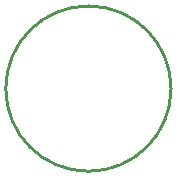
<source format=gbr>
%TF.GenerationSoftware,Altium Limited,Altium Designer,23.3.1 (30)*%
G04 Layer_Color=8388736*
%FSLAX45Y45*%
%MOMM*%
%TF.SameCoordinates,9B08417B-AAB0-44DC-96C9-EC8FD7F4D7BA*%
%TF.FilePolarity,Positive*%
%TF.FileFunction,Other,Mechanical_26*%
%TF.Part,Single*%
G01*
G75*
%TA.AperFunction,NonConductor*%
%ADD41C,0.25400*%
D41*
X4617379Y5058563D02*
G03*
X4617379Y5058563I-700000J0D01*
G01*
%TF.MD5,e3e18be213e20ad7762db798fe4d3e36*%
M02*

</source>
